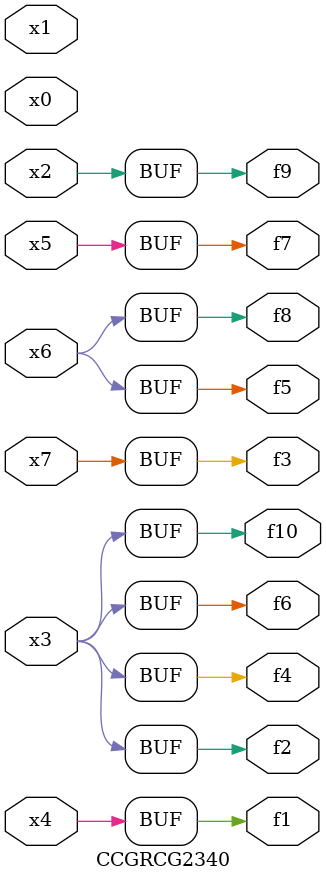
<source format=v>
module CCGRCG2340(
	input x0, x1, x2, x3, x4, x5, x6, x7,
	output f1, f2, f3, f4, f5, f6, f7, f8, f9, f10
);
	assign f1 = x4;
	assign f2 = x3;
	assign f3 = x7;
	assign f4 = x3;
	assign f5 = x6;
	assign f6 = x3;
	assign f7 = x5;
	assign f8 = x6;
	assign f9 = x2;
	assign f10 = x3;
endmodule

</source>
